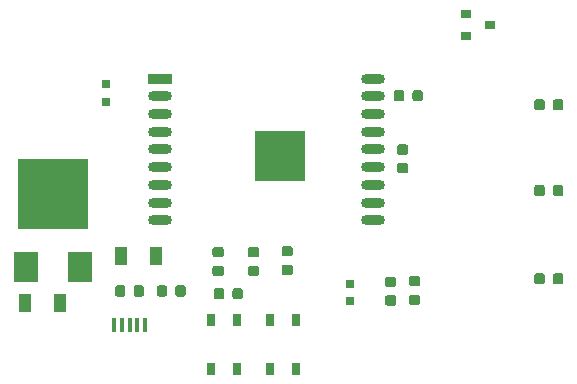
<source format=gtp>
G04 #@! TF.GenerationSoftware,KiCad,Pcbnew,(5.1.5)-3*
G04 #@! TF.CreationDate,2020-01-07T01:01:47+09:00*
G04 #@! TF.ProjectId,irController,6972436f-6e74-4726-9f6c-6c65722e6b69,rev?*
G04 #@! TF.SameCoordinates,Original*
G04 #@! TF.FileFunction,Paste,Top*
G04 #@! TF.FilePolarity,Positive*
%FSLAX46Y46*%
G04 Gerber Fmt 4.6, Leading zero omitted, Abs format (unit mm)*
G04 Created by KiCad (PCBNEW (5.1.5)-3) date 2020-01-07 01:01:47*
%MOMM*%
%LPD*%
G04 APERTURE LIST*
%ADD10C,0.100000*%
%ADD11R,0.650000X1.050000*%
%ADD12R,1.000000X1.600000*%
%ADD13R,0.750000X0.800000*%
%ADD14R,0.900000X0.800000*%
%ADD15R,2.000000X2.500000*%
%ADD16R,6.000000X6.000000*%
%ADD17O,2.000000X0.900000*%
%ADD18R,2.000000X0.900000*%
%ADD19R,4.300000X4.300000*%
%ADD20R,0.450000X1.300000*%
G04 APERTURE END LIST*
D10*
G36*
X165885691Y-93289553D02*
G01*
X165906926Y-93292703D01*
X165927750Y-93297919D01*
X165947962Y-93305151D01*
X165967368Y-93314330D01*
X165985781Y-93325366D01*
X166003024Y-93338154D01*
X166018930Y-93352570D01*
X166033346Y-93368476D01*
X166046134Y-93385719D01*
X166057170Y-93404132D01*
X166066349Y-93423538D01*
X166073581Y-93443750D01*
X166078797Y-93464574D01*
X166081947Y-93485809D01*
X166083000Y-93507250D01*
X166083000Y-93944750D01*
X166081947Y-93966191D01*
X166078797Y-93987426D01*
X166073581Y-94008250D01*
X166066349Y-94028462D01*
X166057170Y-94047868D01*
X166046134Y-94066281D01*
X166033346Y-94083524D01*
X166018930Y-94099430D01*
X166003024Y-94113846D01*
X165985781Y-94126634D01*
X165967368Y-94137670D01*
X165947962Y-94146849D01*
X165927750Y-94154081D01*
X165906926Y-94159297D01*
X165885691Y-94162447D01*
X165864250Y-94163500D01*
X165351750Y-94163500D01*
X165330309Y-94162447D01*
X165309074Y-94159297D01*
X165288250Y-94154081D01*
X165268038Y-94146849D01*
X165248632Y-94137670D01*
X165230219Y-94126634D01*
X165212976Y-94113846D01*
X165197070Y-94099430D01*
X165182654Y-94083524D01*
X165169866Y-94066281D01*
X165158830Y-94047868D01*
X165149651Y-94028462D01*
X165142419Y-94008250D01*
X165137203Y-93987426D01*
X165134053Y-93966191D01*
X165133000Y-93944750D01*
X165133000Y-93507250D01*
X165134053Y-93485809D01*
X165137203Y-93464574D01*
X165142419Y-93443750D01*
X165149651Y-93423538D01*
X165158830Y-93404132D01*
X165169866Y-93385719D01*
X165182654Y-93368476D01*
X165197070Y-93352570D01*
X165212976Y-93338154D01*
X165230219Y-93325366D01*
X165248632Y-93314330D01*
X165268038Y-93305151D01*
X165288250Y-93297919D01*
X165309074Y-93292703D01*
X165330309Y-93289553D01*
X165351750Y-93288500D01*
X165864250Y-93288500D01*
X165885691Y-93289553D01*
G37*
G36*
X165885691Y-94864553D02*
G01*
X165906926Y-94867703D01*
X165927750Y-94872919D01*
X165947962Y-94880151D01*
X165967368Y-94889330D01*
X165985781Y-94900366D01*
X166003024Y-94913154D01*
X166018930Y-94927570D01*
X166033346Y-94943476D01*
X166046134Y-94960719D01*
X166057170Y-94979132D01*
X166066349Y-94998538D01*
X166073581Y-95018750D01*
X166078797Y-95039574D01*
X166081947Y-95060809D01*
X166083000Y-95082250D01*
X166083000Y-95519750D01*
X166081947Y-95541191D01*
X166078797Y-95562426D01*
X166073581Y-95583250D01*
X166066349Y-95603462D01*
X166057170Y-95622868D01*
X166046134Y-95641281D01*
X166033346Y-95658524D01*
X166018930Y-95674430D01*
X166003024Y-95688846D01*
X165985781Y-95701634D01*
X165967368Y-95712670D01*
X165947962Y-95721849D01*
X165927750Y-95729081D01*
X165906926Y-95734297D01*
X165885691Y-95737447D01*
X165864250Y-95738500D01*
X165351750Y-95738500D01*
X165330309Y-95737447D01*
X165309074Y-95734297D01*
X165288250Y-95729081D01*
X165268038Y-95721849D01*
X165248632Y-95712670D01*
X165230219Y-95701634D01*
X165212976Y-95688846D01*
X165197070Y-95674430D01*
X165182654Y-95658524D01*
X165169866Y-95641281D01*
X165158830Y-95622868D01*
X165149651Y-95603462D01*
X165142419Y-95583250D01*
X165137203Y-95562426D01*
X165134053Y-95541191D01*
X165133000Y-95519750D01*
X165133000Y-95082250D01*
X165134053Y-95060809D01*
X165137203Y-95039574D01*
X165142419Y-95018750D01*
X165149651Y-94998538D01*
X165158830Y-94979132D01*
X165169866Y-94960719D01*
X165182654Y-94943476D01*
X165197070Y-94927570D01*
X165212976Y-94913154D01*
X165230219Y-94900366D01*
X165248632Y-94889330D01*
X165268038Y-94880151D01*
X165288250Y-94872919D01*
X165309074Y-94867703D01*
X165330309Y-94864553D01*
X165351750Y-94863500D01*
X165864250Y-94863500D01*
X165885691Y-94864553D01*
G37*
G36*
X178452691Y-78266053D02*
G01*
X178473926Y-78269203D01*
X178494750Y-78274419D01*
X178514962Y-78281651D01*
X178534368Y-78290830D01*
X178552781Y-78301866D01*
X178570024Y-78314654D01*
X178585930Y-78329070D01*
X178600346Y-78344976D01*
X178613134Y-78362219D01*
X178624170Y-78380632D01*
X178633349Y-78400038D01*
X178640581Y-78420250D01*
X178645797Y-78441074D01*
X178648947Y-78462309D01*
X178650000Y-78483750D01*
X178650000Y-78996250D01*
X178648947Y-79017691D01*
X178645797Y-79038926D01*
X178640581Y-79059750D01*
X178633349Y-79079962D01*
X178624170Y-79099368D01*
X178613134Y-79117781D01*
X178600346Y-79135024D01*
X178585930Y-79150930D01*
X178570024Y-79165346D01*
X178552781Y-79178134D01*
X178534368Y-79189170D01*
X178514962Y-79198349D01*
X178494750Y-79205581D01*
X178473926Y-79210797D01*
X178452691Y-79213947D01*
X178431250Y-79215000D01*
X177993750Y-79215000D01*
X177972309Y-79213947D01*
X177951074Y-79210797D01*
X177930250Y-79205581D01*
X177910038Y-79198349D01*
X177890632Y-79189170D01*
X177872219Y-79178134D01*
X177854976Y-79165346D01*
X177839070Y-79150930D01*
X177824654Y-79135024D01*
X177811866Y-79117781D01*
X177800830Y-79099368D01*
X177791651Y-79079962D01*
X177784419Y-79059750D01*
X177779203Y-79038926D01*
X177776053Y-79017691D01*
X177775000Y-78996250D01*
X177775000Y-78483750D01*
X177776053Y-78462309D01*
X177779203Y-78441074D01*
X177784419Y-78420250D01*
X177791651Y-78400038D01*
X177800830Y-78380632D01*
X177811866Y-78362219D01*
X177824654Y-78344976D01*
X177839070Y-78329070D01*
X177854976Y-78314654D01*
X177872219Y-78301866D01*
X177890632Y-78290830D01*
X177910038Y-78281651D01*
X177930250Y-78274419D01*
X177951074Y-78269203D01*
X177972309Y-78266053D01*
X177993750Y-78265000D01*
X178431250Y-78265000D01*
X178452691Y-78266053D01*
G37*
G36*
X180027691Y-78266053D02*
G01*
X180048926Y-78269203D01*
X180069750Y-78274419D01*
X180089962Y-78281651D01*
X180109368Y-78290830D01*
X180127781Y-78301866D01*
X180145024Y-78314654D01*
X180160930Y-78329070D01*
X180175346Y-78344976D01*
X180188134Y-78362219D01*
X180199170Y-78380632D01*
X180208349Y-78400038D01*
X180215581Y-78420250D01*
X180220797Y-78441074D01*
X180223947Y-78462309D01*
X180225000Y-78483750D01*
X180225000Y-78996250D01*
X180223947Y-79017691D01*
X180220797Y-79038926D01*
X180215581Y-79059750D01*
X180208349Y-79079962D01*
X180199170Y-79099368D01*
X180188134Y-79117781D01*
X180175346Y-79135024D01*
X180160930Y-79150930D01*
X180145024Y-79165346D01*
X180127781Y-79178134D01*
X180109368Y-79189170D01*
X180089962Y-79198349D01*
X180069750Y-79205581D01*
X180048926Y-79210797D01*
X180027691Y-79213947D01*
X180006250Y-79215000D01*
X179568750Y-79215000D01*
X179547309Y-79213947D01*
X179526074Y-79210797D01*
X179505250Y-79205581D01*
X179485038Y-79198349D01*
X179465632Y-79189170D01*
X179447219Y-79178134D01*
X179429976Y-79165346D01*
X179414070Y-79150930D01*
X179399654Y-79135024D01*
X179386866Y-79117781D01*
X179375830Y-79099368D01*
X179366651Y-79079962D01*
X179359419Y-79059750D01*
X179354203Y-79038926D01*
X179351053Y-79017691D01*
X179350000Y-78996250D01*
X179350000Y-78483750D01*
X179351053Y-78462309D01*
X179354203Y-78441074D01*
X179359419Y-78420250D01*
X179366651Y-78400038D01*
X179375830Y-78380632D01*
X179386866Y-78362219D01*
X179399654Y-78344976D01*
X179414070Y-78329070D01*
X179429976Y-78314654D01*
X179447219Y-78301866D01*
X179465632Y-78290830D01*
X179485038Y-78281651D01*
X179505250Y-78274419D01*
X179526074Y-78269203D01*
X179547309Y-78266053D01*
X179568750Y-78265000D01*
X180006250Y-78265000D01*
X180027691Y-78266053D01*
G37*
D11*
X150425000Y-101075000D03*
X152575000Y-101075000D03*
X150425000Y-96925000D03*
X152575000Y-96925000D03*
X155425000Y-101075000D03*
X157575000Y-101075000D03*
X155425000Y-96925000D03*
X157575000Y-96925000D03*
D12*
X134644000Y-95504000D03*
X137644000Y-95504000D03*
X142750000Y-91500000D03*
X145750000Y-91500000D03*
D13*
X141500000Y-77000000D03*
X141500000Y-78500000D03*
X162179000Y-93881000D03*
X162179000Y-95381000D03*
D14*
X172000000Y-71050000D03*
X172000000Y-72950000D03*
X174000000Y-72000000D03*
D15*
X134700000Y-92500000D03*
X139300000Y-92500000D03*
D16*
X137000000Y-86250000D03*
D10*
G36*
X144527691Y-94026053D02*
G01*
X144548926Y-94029203D01*
X144569750Y-94034419D01*
X144589962Y-94041651D01*
X144609368Y-94050830D01*
X144627781Y-94061866D01*
X144645024Y-94074654D01*
X144660930Y-94089070D01*
X144675346Y-94104976D01*
X144688134Y-94122219D01*
X144699170Y-94140632D01*
X144708349Y-94160038D01*
X144715581Y-94180250D01*
X144720797Y-94201074D01*
X144723947Y-94222309D01*
X144725000Y-94243750D01*
X144725000Y-94756250D01*
X144723947Y-94777691D01*
X144720797Y-94798926D01*
X144715581Y-94819750D01*
X144708349Y-94839962D01*
X144699170Y-94859368D01*
X144688134Y-94877781D01*
X144675346Y-94895024D01*
X144660930Y-94910930D01*
X144645024Y-94925346D01*
X144627781Y-94938134D01*
X144609368Y-94949170D01*
X144589962Y-94958349D01*
X144569750Y-94965581D01*
X144548926Y-94970797D01*
X144527691Y-94973947D01*
X144506250Y-94975000D01*
X144068750Y-94975000D01*
X144047309Y-94973947D01*
X144026074Y-94970797D01*
X144005250Y-94965581D01*
X143985038Y-94958349D01*
X143965632Y-94949170D01*
X143947219Y-94938134D01*
X143929976Y-94925346D01*
X143914070Y-94910930D01*
X143899654Y-94895024D01*
X143886866Y-94877781D01*
X143875830Y-94859368D01*
X143866651Y-94839962D01*
X143859419Y-94819750D01*
X143854203Y-94798926D01*
X143851053Y-94777691D01*
X143850000Y-94756250D01*
X143850000Y-94243750D01*
X143851053Y-94222309D01*
X143854203Y-94201074D01*
X143859419Y-94180250D01*
X143866651Y-94160038D01*
X143875830Y-94140632D01*
X143886866Y-94122219D01*
X143899654Y-94104976D01*
X143914070Y-94089070D01*
X143929976Y-94074654D01*
X143947219Y-94061866D01*
X143965632Y-94050830D01*
X143985038Y-94041651D01*
X144005250Y-94034419D01*
X144026074Y-94029203D01*
X144047309Y-94026053D01*
X144068750Y-94025000D01*
X144506250Y-94025000D01*
X144527691Y-94026053D01*
G37*
G36*
X142952691Y-94026053D02*
G01*
X142973926Y-94029203D01*
X142994750Y-94034419D01*
X143014962Y-94041651D01*
X143034368Y-94050830D01*
X143052781Y-94061866D01*
X143070024Y-94074654D01*
X143085930Y-94089070D01*
X143100346Y-94104976D01*
X143113134Y-94122219D01*
X143124170Y-94140632D01*
X143133349Y-94160038D01*
X143140581Y-94180250D01*
X143145797Y-94201074D01*
X143148947Y-94222309D01*
X143150000Y-94243750D01*
X143150000Y-94756250D01*
X143148947Y-94777691D01*
X143145797Y-94798926D01*
X143140581Y-94819750D01*
X143133349Y-94839962D01*
X143124170Y-94859368D01*
X143113134Y-94877781D01*
X143100346Y-94895024D01*
X143085930Y-94910930D01*
X143070024Y-94925346D01*
X143052781Y-94938134D01*
X143034368Y-94949170D01*
X143014962Y-94958349D01*
X142994750Y-94965581D01*
X142973926Y-94970797D01*
X142952691Y-94973947D01*
X142931250Y-94975000D01*
X142493750Y-94975000D01*
X142472309Y-94973947D01*
X142451074Y-94970797D01*
X142430250Y-94965581D01*
X142410038Y-94958349D01*
X142390632Y-94949170D01*
X142372219Y-94938134D01*
X142354976Y-94925346D01*
X142339070Y-94910930D01*
X142324654Y-94895024D01*
X142311866Y-94877781D01*
X142300830Y-94859368D01*
X142291651Y-94839962D01*
X142284419Y-94819750D01*
X142279203Y-94798926D01*
X142276053Y-94777691D01*
X142275000Y-94756250D01*
X142275000Y-94243750D01*
X142276053Y-94222309D01*
X142279203Y-94201074D01*
X142284419Y-94180250D01*
X142291651Y-94160038D01*
X142300830Y-94140632D01*
X142311866Y-94122219D01*
X142324654Y-94104976D01*
X142339070Y-94089070D01*
X142354976Y-94074654D01*
X142372219Y-94061866D01*
X142390632Y-94050830D01*
X142410038Y-94041651D01*
X142430250Y-94034419D01*
X142451074Y-94029203D01*
X142472309Y-94026053D01*
X142493750Y-94025000D01*
X142931250Y-94025000D01*
X142952691Y-94026053D01*
G37*
G36*
X151277691Y-92351053D02*
G01*
X151298926Y-92354203D01*
X151319750Y-92359419D01*
X151339962Y-92366651D01*
X151359368Y-92375830D01*
X151377781Y-92386866D01*
X151395024Y-92399654D01*
X151410930Y-92414070D01*
X151425346Y-92429976D01*
X151438134Y-92447219D01*
X151449170Y-92465632D01*
X151458349Y-92485038D01*
X151465581Y-92505250D01*
X151470797Y-92526074D01*
X151473947Y-92547309D01*
X151475000Y-92568750D01*
X151475000Y-93006250D01*
X151473947Y-93027691D01*
X151470797Y-93048926D01*
X151465581Y-93069750D01*
X151458349Y-93089962D01*
X151449170Y-93109368D01*
X151438134Y-93127781D01*
X151425346Y-93145024D01*
X151410930Y-93160930D01*
X151395024Y-93175346D01*
X151377781Y-93188134D01*
X151359368Y-93199170D01*
X151339962Y-93208349D01*
X151319750Y-93215581D01*
X151298926Y-93220797D01*
X151277691Y-93223947D01*
X151256250Y-93225000D01*
X150743750Y-93225000D01*
X150722309Y-93223947D01*
X150701074Y-93220797D01*
X150680250Y-93215581D01*
X150660038Y-93208349D01*
X150640632Y-93199170D01*
X150622219Y-93188134D01*
X150604976Y-93175346D01*
X150589070Y-93160930D01*
X150574654Y-93145024D01*
X150561866Y-93127781D01*
X150550830Y-93109368D01*
X150541651Y-93089962D01*
X150534419Y-93069750D01*
X150529203Y-93048926D01*
X150526053Y-93027691D01*
X150525000Y-93006250D01*
X150525000Y-92568750D01*
X150526053Y-92547309D01*
X150529203Y-92526074D01*
X150534419Y-92505250D01*
X150541651Y-92485038D01*
X150550830Y-92465632D01*
X150561866Y-92447219D01*
X150574654Y-92429976D01*
X150589070Y-92414070D01*
X150604976Y-92399654D01*
X150622219Y-92386866D01*
X150640632Y-92375830D01*
X150660038Y-92366651D01*
X150680250Y-92359419D01*
X150701074Y-92354203D01*
X150722309Y-92351053D01*
X150743750Y-92350000D01*
X151256250Y-92350000D01*
X151277691Y-92351053D01*
G37*
G36*
X151277691Y-90776053D02*
G01*
X151298926Y-90779203D01*
X151319750Y-90784419D01*
X151339962Y-90791651D01*
X151359368Y-90800830D01*
X151377781Y-90811866D01*
X151395024Y-90824654D01*
X151410930Y-90839070D01*
X151425346Y-90854976D01*
X151438134Y-90872219D01*
X151449170Y-90890632D01*
X151458349Y-90910038D01*
X151465581Y-90930250D01*
X151470797Y-90951074D01*
X151473947Y-90972309D01*
X151475000Y-90993750D01*
X151475000Y-91431250D01*
X151473947Y-91452691D01*
X151470797Y-91473926D01*
X151465581Y-91494750D01*
X151458349Y-91514962D01*
X151449170Y-91534368D01*
X151438134Y-91552781D01*
X151425346Y-91570024D01*
X151410930Y-91585930D01*
X151395024Y-91600346D01*
X151377781Y-91613134D01*
X151359368Y-91624170D01*
X151339962Y-91633349D01*
X151319750Y-91640581D01*
X151298926Y-91645797D01*
X151277691Y-91648947D01*
X151256250Y-91650000D01*
X150743750Y-91650000D01*
X150722309Y-91648947D01*
X150701074Y-91645797D01*
X150680250Y-91640581D01*
X150660038Y-91633349D01*
X150640632Y-91624170D01*
X150622219Y-91613134D01*
X150604976Y-91600346D01*
X150589070Y-91585930D01*
X150574654Y-91570024D01*
X150561866Y-91552781D01*
X150550830Y-91534368D01*
X150541651Y-91514962D01*
X150534419Y-91494750D01*
X150529203Y-91473926D01*
X150526053Y-91452691D01*
X150525000Y-91431250D01*
X150525000Y-90993750D01*
X150526053Y-90972309D01*
X150529203Y-90951074D01*
X150534419Y-90930250D01*
X150541651Y-90910038D01*
X150550830Y-90890632D01*
X150561866Y-90872219D01*
X150574654Y-90854976D01*
X150589070Y-90839070D01*
X150604976Y-90824654D01*
X150622219Y-90811866D01*
X150640632Y-90800830D01*
X150660038Y-90791651D01*
X150680250Y-90784419D01*
X150701074Y-90779203D01*
X150722309Y-90776053D01*
X150743750Y-90775000D01*
X151256250Y-90775000D01*
X151277691Y-90776053D01*
G37*
G36*
X154277691Y-92351053D02*
G01*
X154298926Y-92354203D01*
X154319750Y-92359419D01*
X154339962Y-92366651D01*
X154359368Y-92375830D01*
X154377781Y-92386866D01*
X154395024Y-92399654D01*
X154410930Y-92414070D01*
X154425346Y-92429976D01*
X154438134Y-92447219D01*
X154449170Y-92465632D01*
X154458349Y-92485038D01*
X154465581Y-92505250D01*
X154470797Y-92526074D01*
X154473947Y-92547309D01*
X154475000Y-92568750D01*
X154475000Y-93006250D01*
X154473947Y-93027691D01*
X154470797Y-93048926D01*
X154465581Y-93069750D01*
X154458349Y-93089962D01*
X154449170Y-93109368D01*
X154438134Y-93127781D01*
X154425346Y-93145024D01*
X154410930Y-93160930D01*
X154395024Y-93175346D01*
X154377781Y-93188134D01*
X154359368Y-93199170D01*
X154339962Y-93208349D01*
X154319750Y-93215581D01*
X154298926Y-93220797D01*
X154277691Y-93223947D01*
X154256250Y-93225000D01*
X153743750Y-93225000D01*
X153722309Y-93223947D01*
X153701074Y-93220797D01*
X153680250Y-93215581D01*
X153660038Y-93208349D01*
X153640632Y-93199170D01*
X153622219Y-93188134D01*
X153604976Y-93175346D01*
X153589070Y-93160930D01*
X153574654Y-93145024D01*
X153561866Y-93127781D01*
X153550830Y-93109368D01*
X153541651Y-93089962D01*
X153534419Y-93069750D01*
X153529203Y-93048926D01*
X153526053Y-93027691D01*
X153525000Y-93006250D01*
X153525000Y-92568750D01*
X153526053Y-92547309D01*
X153529203Y-92526074D01*
X153534419Y-92505250D01*
X153541651Y-92485038D01*
X153550830Y-92465632D01*
X153561866Y-92447219D01*
X153574654Y-92429976D01*
X153589070Y-92414070D01*
X153604976Y-92399654D01*
X153622219Y-92386866D01*
X153640632Y-92375830D01*
X153660038Y-92366651D01*
X153680250Y-92359419D01*
X153701074Y-92354203D01*
X153722309Y-92351053D01*
X153743750Y-92350000D01*
X154256250Y-92350000D01*
X154277691Y-92351053D01*
G37*
G36*
X154277691Y-90776053D02*
G01*
X154298926Y-90779203D01*
X154319750Y-90784419D01*
X154339962Y-90791651D01*
X154359368Y-90800830D01*
X154377781Y-90811866D01*
X154395024Y-90824654D01*
X154410930Y-90839070D01*
X154425346Y-90854976D01*
X154438134Y-90872219D01*
X154449170Y-90890632D01*
X154458349Y-90910038D01*
X154465581Y-90930250D01*
X154470797Y-90951074D01*
X154473947Y-90972309D01*
X154475000Y-90993750D01*
X154475000Y-91431250D01*
X154473947Y-91452691D01*
X154470797Y-91473926D01*
X154465581Y-91494750D01*
X154458349Y-91514962D01*
X154449170Y-91534368D01*
X154438134Y-91552781D01*
X154425346Y-91570024D01*
X154410930Y-91585930D01*
X154395024Y-91600346D01*
X154377781Y-91613134D01*
X154359368Y-91624170D01*
X154339962Y-91633349D01*
X154319750Y-91640581D01*
X154298926Y-91645797D01*
X154277691Y-91648947D01*
X154256250Y-91650000D01*
X153743750Y-91650000D01*
X153722309Y-91648947D01*
X153701074Y-91645797D01*
X153680250Y-91640581D01*
X153660038Y-91633349D01*
X153640632Y-91624170D01*
X153622219Y-91613134D01*
X153604976Y-91600346D01*
X153589070Y-91585930D01*
X153574654Y-91570024D01*
X153561866Y-91552781D01*
X153550830Y-91534368D01*
X153541651Y-91514962D01*
X153534419Y-91494750D01*
X153529203Y-91473926D01*
X153526053Y-91452691D01*
X153525000Y-91431250D01*
X153525000Y-90993750D01*
X153526053Y-90972309D01*
X153529203Y-90951074D01*
X153534419Y-90930250D01*
X153541651Y-90910038D01*
X153550830Y-90890632D01*
X153561866Y-90872219D01*
X153574654Y-90854976D01*
X153589070Y-90839070D01*
X153604976Y-90824654D01*
X153622219Y-90811866D01*
X153640632Y-90800830D01*
X153660038Y-90791651D01*
X153680250Y-90784419D01*
X153701074Y-90779203D01*
X153722309Y-90776053D01*
X153743750Y-90775000D01*
X154256250Y-90775000D01*
X154277691Y-90776053D01*
G37*
G36*
X157122691Y-92273553D02*
G01*
X157143926Y-92276703D01*
X157164750Y-92281919D01*
X157184962Y-92289151D01*
X157204368Y-92298330D01*
X157222781Y-92309366D01*
X157240024Y-92322154D01*
X157255930Y-92336570D01*
X157270346Y-92352476D01*
X157283134Y-92369719D01*
X157294170Y-92388132D01*
X157303349Y-92407538D01*
X157310581Y-92427750D01*
X157315797Y-92448574D01*
X157318947Y-92469809D01*
X157320000Y-92491250D01*
X157320000Y-92928750D01*
X157318947Y-92950191D01*
X157315797Y-92971426D01*
X157310581Y-92992250D01*
X157303349Y-93012462D01*
X157294170Y-93031868D01*
X157283134Y-93050281D01*
X157270346Y-93067524D01*
X157255930Y-93083430D01*
X157240024Y-93097846D01*
X157222781Y-93110634D01*
X157204368Y-93121670D01*
X157184962Y-93130849D01*
X157164750Y-93138081D01*
X157143926Y-93143297D01*
X157122691Y-93146447D01*
X157101250Y-93147500D01*
X156588750Y-93147500D01*
X156567309Y-93146447D01*
X156546074Y-93143297D01*
X156525250Y-93138081D01*
X156505038Y-93130849D01*
X156485632Y-93121670D01*
X156467219Y-93110634D01*
X156449976Y-93097846D01*
X156434070Y-93083430D01*
X156419654Y-93067524D01*
X156406866Y-93050281D01*
X156395830Y-93031868D01*
X156386651Y-93012462D01*
X156379419Y-92992250D01*
X156374203Y-92971426D01*
X156371053Y-92950191D01*
X156370000Y-92928750D01*
X156370000Y-92491250D01*
X156371053Y-92469809D01*
X156374203Y-92448574D01*
X156379419Y-92427750D01*
X156386651Y-92407538D01*
X156395830Y-92388132D01*
X156406866Y-92369719D01*
X156419654Y-92352476D01*
X156434070Y-92336570D01*
X156449976Y-92322154D01*
X156467219Y-92309366D01*
X156485632Y-92298330D01*
X156505038Y-92289151D01*
X156525250Y-92281919D01*
X156546074Y-92276703D01*
X156567309Y-92273553D01*
X156588750Y-92272500D01*
X157101250Y-92272500D01*
X157122691Y-92273553D01*
G37*
G36*
X157122691Y-90698553D02*
G01*
X157143926Y-90701703D01*
X157164750Y-90706919D01*
X157184962Y-90714151D01*
X157204368Y-90723330D01*
X157222781Y-90734366D01*
X157240024Y-90747154D01*
X157255930Y-90761570D01*
X157270346Y-90777476D01*
X157283134Y-90794719D01*
X157294170Y-90813132D01*
X157303349Y-90832538D01*
X157310581Y-90852750D01*
X157315797Y-90873574D01*
X157318947Y-90894809D01*
X157320000Y-90916250D01*
X157320000Y-91353750D01*
X157318947Y-91375191D01*
X157315797Y-91396426D01*
X157310581Y-91417250D01*
X157303349Y-91437462D01*
X157294170Y-91456868D01*
X157283134Y-91475281D01*
X157270346Y-91492524D01*
X157255930Y-91508430D01*
X157240024Y-91522846D01*
X157222781Y-91535634D01*
X157204368Y-91546670D01*
X157184962Y-91555849D01*
X157164750Y-91563081D01*
X157143926Y-91568297D01*
X157122691Y-91571447D01*
X157101250Y-91572500D01*
X156588750Y-91572500D01*
X156567309Y-91571447D01*
X156546074Y-91568297D01*
X156525250Y-91563081D01*
X156505038Y-91555849D01*
X156485632Y-91546670D01*
X156467219Y-91535634D01*
X156449976Y-91522846D01*
X156434070Y-91508430D01*
X156419654Y-91492524D01*
X156406866Y-91475281D01*
X156395830Y-91456868D01*
X156386651Y-91437462D01*
X156379419Y-91417250D01*
X156374203Y-91396426D01*
X156371053Y-91375191D01*
X156370000Y-91353750D01*
X156370000Y-90916250D01*
X156371053Y-90894809D01*
X156374203Y-90873574D01*
X156379419Y-90852750D01*
X156386651Y-90832538D01*
X156395830Y-90813132D01*
X156406866Y-90794719D01*
X156419654Y-90777476D01*
X156434070Y-90761570D01*
X156449976Y-90747154D01*
X156467219Y-90734366D01*
X156485632Y-90723330D01*
X156505038Y-90714151D01*
X156525250Y-90706919D01*
X156546074Y-90701703D01*
X156567309Y-90698553D01*
X156588750Y-90697500D01*
X157101250Y-90697500D01*
X157122691Y-90698553D01*
G37*
G36*
X152894191Y-94268053D02*
G01*
X152915426Y-94271203D01*
X152936250Y-94276419D01*
X152956462Y-94283651D01*
X152975868Y-94292830D01*
X152994281Y-94303866D01*
X153011524Y-94316654D01*
X153027430Y-94331070D01*
X153041846Y-94346976D01*
X153054634Y-94364219D01*
X153065670Y-94382632D01*
X153074849Y-94402038D01*
X153082081Y-94422250D01*
X153087297Y-94443074D01*
X153090447Y-94464309D01*
X153091500Y-94485750D01*
X153091500Y-94998250D01*
X153090447Y-95019691D01*
X153087297Y-95040926D01*
X153082081Y-95061750D01*
X153074849Y-95081962D01*
X153065670Y-95101368D01*
X153054634Y-95119781D01*
X153041846Y-95137024D01*
X153027430Y-95152930D01*
X153011524Y-95167346D01*
X152994281Y-95180134D01*
X152975868Y-95191170D01*
X152956462Y-95200349D01*
X152936250Y-95207581D01*
X152915426Y-95212797D01*
X152894191Y-95215947D01*
X152872750Y-95217000D01*
X152435250Y-95217000D01*
X152413809Y-95215947D01*
X152392574Y-95212797D01*
X152371750Y-95207581D01*
X152351538Y-95200349D01*
X152332132Y-95191170D01*
X152313719Y-95180134D01*
X152296476Y-95167346D01*
X152280570Y-95152930D01*
X152266154Y-95137024D01*
X152253366Y-95119781D01*
X152242330Y-95101368D01*
X152233151Y-95081962D01*
X152225919Y-95061750D01*
X152220703Y-95040926D01*
X152217553Y-95019691D01*
X152216500Y-94998250D01*
X152216500Y-94485750D01*
X152217553Y-94464309D01*
X152220703Y-94443074D01*
X152225919Y-94422250D01*
X152233151Y-94402038D01*
X152242330Y-94382632D01*
X152253366Y-94364219D01*
X152266154Y-94346976D01*
X152280570Y-94331070D01*
X152296476Y-94316654D01*
X152313719Y-94303866D01*
X152332132Y-94292830D01*
X152351538Y-94283651D01*
X152371750Y-94276419D01*
X152392574Y-94271203D01*
X152413809Y-94268053D01*
X152435250Y-94267000D01*
X152872750Y-94267000D01*
X152894191Y-94268053D01*
G37*
G36*
X151319191Y-94268053D02*
G01*
X151340426Y-94271203D01*
X151361250Y-94276419D01*
X151381462Y-94283651D01*
X151400868Y-94292830D01*
X151419281Y-94303866D01*
X151436524Y-94316654D01*
X151452430Y-94331070D01*
X151466846Y-94346976D01*
X151479634Y-94364219D01*
X151490670Y-94382632D01*
X151499849Y-94402038D01*
X151507081Y-94422250D01*
X151512297Y-94443074D01*
X151515447Y-94464309D01*
X151516500Y-94485750D01*
X151516500Y-94998250D01*
X151515447Y-95019691D01*
X151512297Y-95040926D01*
X151507081Y-95061750D01*
X151499849Y-95081962D01*
X151490670Y-95101368D01*
X151479634Y-95119781D01*
X151466846Y-95137024D01*
X151452430Y-95152930D01*
X151436524Y-95167346D01*
X151419281Y-95180134D01*
X151400868Y-95191170D01*
X151381462Y-95200349D01*
X151361250Y-95207581D01*
X151340426Y-95212797D01*
X151319191Y-95215947D01*
X151297750Y-95217000D01*
X150860250Y-95217000D01*
X150838809Y-95215947D01*
X150817574Y-95212797D01*
X150796750Y-95207581D01*
X150776538Y-95200349D01*
X150757132Y-95191170D01*
X150738719Y-95180134D01*
X150721476Y-95167346D01*
X150705570Y-95152930D01*
X150691154Y-95137024D01*
X150678366Y-95119781D01*
X150667330Y-95101368D01*
X150658151Y-95081962D01*
X150650919Y-95061750D01*
X150645703Y-95040926D01*
X150642553Y-95019691D01*
X150641500Y-94998250D01*
X150641500Y-94485750D01*
X150642553Y-94464309D01*
X150645703Y-94443074D01*
X150650919Y-94422250D01*
X150658151Y-94402038D01*
X150667330Y-94382632D01*
X150678366Y-94364219D01*
X150691154Y-94346976D01*
X150705570Y-94331070D01*
X150721476Y-94316654D01*
X150738719Y-94303866D01*
X150757132Y-94292830D01*
X150776538Y-94283651D01*
X150796750Y-94276419D01*
X150817574Y-94271203D01*
X150838809Y-94268053D01*
X150860250Y-94267000D01*
X151297750Y-94267000D01*
X151319191Y-94268053D01*
G37*
G36*
X168134191Y-77504053D02*
G01*
X168155426Y-77507203D01*
X168176250Y-77512419D01*
X168196462Y-77519651D01*
X168215868Y-77528830D01*
X168234281Y-77539866D01*
X168251524Y-77552654D01*
X168267430Y-77567070D01*
X168281846Y-77582976D01*
X168294634Y-77600219D01*
X168305670Y-77618632D01*
X168314849Y-77638038D01*
X168322081Y-77658250D01*
X168327297Y-77679074D01*
X168330447Y-77700309D01*
X168331500Y-77721750D01*
X168331500Y-78234250D01*
X168330447Y-78255691D01*
X168327297Y-78276926D01*
X168322081Y-78297750D01*
X168314849Y-78317962D01*
X168305670Y-78337368D01*
X168294634Y-78355781D01*
X168281846Y-78373024D01*
X168267430Y-78388930D01*
X168251524Y-78403346D01*
X168234281Y-78416134D01*
X168215868Y-78427170D01*
X168196462Y-78436349D01*
X168176250Y-78443581D01*
X168155426Y-78448797D01*
X168134191Y-78451947D01*
X168112750Y-78453000D01*
X167675250Y-78453000D01*
X167653809Y-78451947D01*
X167632574Y-78448797D01*
X167611750Y-78443581D01*
X167591538Y-78436349D01*
X167572132Y-78427170D01*
X167553719Y-78416134D01*
X167536476Y-78403346D01*
X167520570Y-78388930D01*
X167506154Y-78373024D01*
X167493366Y-78355781D01*
X167482330Y-78337368D01*
X167473151Y-78317962D01*
X167465919Y-78297750D01*
X167460703Y-78276926D01*
X167457553Y-78255691D01*
X167456500Y-78234250D01*
X167456500Y-77721750D01*
X167457553Y-77700309D01*
X167460703Y-77679074D01*
X167465919Y-77658250D01*
X167473151Y-77638038D01*
X167482330Y-77618632D01*
X167493366Y-77600219D01*
X167506154Y-77582976D01*
X167520570Y-77567070D01*
X167536476Y-77552654D01*
X167553719Y-77539866D01*
X167572132Y-77528830D01*
X167591538Y-77519651D01*
X167611750Y-77512419D01*
X167632574Y-77507203D01*
X167653809Y-77504053D01*
X167675250Y-77503000D01*
X168112750Y-77503000D01*
X168134191Y-77504053D01*
G37*
G36*
X166559191Y-77504053D02*
G01*
X166580426Y-77507203D01*
X166601250Y-77512419D01*
X166621462Y-77519651D01*
X166640868Y-77528830D01*
X166659281Y-77539866D01*
X166676524Y-77552654D01*
X166692430Y-77567070D01*
X166706846Y-77582976D01*
X166719634Y-77600219D01*
X166730670Y-77618632D01*
X166739849Y-77638038D01*
X166747081Y-77658250D01*
X166752297Y-77679074D01*
X166755447Y-77700309D01*
X166756500Y-77721750D01*
X166756500Y-78234250D01*
X166755447Y-78255691D01*
X166752297Y-78276926D01*
X166747081Y-78297750D01*
X166739849Y-78317962D01*
X166730670Y-78337368D01*
X166719634Y-78355781D01*
X166706846Y-78373024D01*
X166692430Y-78388930D01*
X166676524Y-78403346D01*
X166659281Y-78416134D01*
X166640868Y-78427170D01*
X166621462Y-78436349D01*
X166601250Y-78443581D01*
X166580426Y-78448797D01*
X166559191Y-78451947D01*
X166537750Y-78453000D01*
X166100250Y-78453000D01*
X166078809Y-78451947D01*
X166057574Y-78448797D01*
X166036750Y-78443581D01*
X166016538Y-78436349D01*
X165997132Y-78427170D01*
X165978719Y-78416134D01*
X165961476Y-78403346D01*
X165945570Y-78388930D01*
X165931154Y-78373024D01*
X165918366Y-78355781D01*
X165907330Y-78337368D01*
X165898151Y-78317962D01*
X165890919Y-78297750D01*
X165885703Y-78276926D01*
X165882553Y-78255691D01*
X165881500Y-78234250D01*
X165881500Y-77721750D01*
X165882553Y-77700309D01*
X165885703Y-77679074D01*
X165890919Y-77658250D01*
X165898151Y-77638038D01*
X165907330Y-77618632D01*
X165918366Y-77600219D01*
X165931154Y-77582976D01*
X165945570Y-77567070D01*
X165961476Y-77552654D01*
X165978719Y-77539866D01*
X165997132Y-77528830D01*
X166016538Y-77519651D01*
X166036750Y-77512419D01*
X166057574Y-77507203D01*
X166078809Y-77504053D01*
X166100250Y-77503000D01*
X166537750Y-77503000D01*
X166559191Y-77504053D01*
G37*
G36*
X166901691Y-82088053D02*
G01*
X166922926Y-82091203D01*
X166943750Y-82096419D01*
X166963962Y-82103651D01*
X166983368Y-82112830D01*
X167001781Y-82123866D01*
X167019024Y-82136654D01*
X167034930Y-82151070D01*
X167049346Y-82166976D01*
X167062134Y-82184219D01*
X167073170Y-82202632D01*
X167082349Y-82222038D01*
X167089581Y-82242250D01*
X167094797Y-82263074D01*
X167097947Y-82284309D01*
X167099000Y-82305750D01*
X167099000Y-82743250D01*
X167097947Y-82764691D01*
X167094797Y-82785926D01*
X167089581Y-82806750D01*
X167082349Y-82826962D01*
X167073170Y-82846368D01*
X167062134Y-82864781D01*
X167049346Y-82882024D01*
X167034930Y-82897930D01*
X167019024Y-82912346D01*
X167001781Y-82925134D01*
X166983368Y-82936170D01*
X166963962Y-82945349D01*
X166943750Y-82952581D01*
X166922926Y-82957797D01*
X166901691Y-82960947D01*
X166880250Y-82962000D01*
X166367750Y-82962000D01*
X166346309Y-82960947D01*
X166325074Y-82957797D01*
X166304250Y-82952581D01*
X166284038Y-82945349D01*
X166264632Y-82936170D01*
X166246219Y-82925134D01*
X166228976Y-82912346D01*
X166213070Y-82897930D01*
X166198654Y-82882024D01*
X166185866Y-82864781D01*
X166174830Y-82846368D01*
X166165651Y-82826962D01*
X166158419Y-82806750D01*
X166153203Y-82785926D01*
X166150053Y-82764691D01*
X166149000Y-82743250D01*
X166149000Y-82305750D01*
X166150053Y-82284309D01*
X166153203Y-82263074D01*
X166158419Y-82242250D01*
X166165651Y-82222038D01*
X166174830Y-82202632D01*
X166185866Y-82184219D01*
X166198654Y-82166976D01*
X166213070Y-82151070D01*
X166228976Y-82136654D01*
X166246219Y-82123866D01*
X166264632Y-82112830D01*
X166284038Y-82103651D01*
X166304250Y-82096419D01*
X166325074Y-82091203D01*
X166346309Y-82088053D01*
X166367750Y-82087000D01*
X166880250Y-82087000D01*
X166901691Y-82088053D01*
G37*
G36*
X166901691Y-83663053D02*
G01*
X166922926Y-83666203D01*
X166943750Y-83671419D01*
X166963962Y-83678651D01*
X166983368Y-83687830D01*
X167001781Y-83698866D01*
X167019024Y-83711654D01*
X167034930Y-83726070D01*
X167049346Y-83741976D01*
X167062134Y-83759219D01*
X167073170Y-83777632D01*
X167082349Y-83797038D01*
X167089581Y-83817250D01*
X167094797Y-83838074D01*
X167097947Y-83859309D01*
X167099000Y-83880750D01*
X167099000Y-84318250D01*
X167097947Y-84339691D01*
X167094797Y-84360926D01*
X167089581Y-84381750D01*
X167082349Y-84401962D01*
X167073170Y-84421368D01*
X167062134Y-84439781D01*
X167049346Y-84457024D01*
X167034930Y-84472930D01*
X167019024Y-84487346D01*
X167001781Y-84500134D01*
X166983368Y-84511170D01*
X166963962Y-84520349D01*
X166943750Y-84527581D01*
X166922926Y-84532797D01*
X166901691Y-84535947D01*
X166880250Y-84537000D01*
X166367750Y-84537000D01*
X166346309Y-84535947D01*
X166325074Y-84532797D01*
X166304250Y-84527581D01*
X166284038Y-84520349D01*
X166264632Y-84511170D01*
X166246219Y-84500134D01*
X166228976Y-84487346D01*
X166213070Y-84472930D01*
X166198654Y-84457024D01*
X166185866Y-84439781D01*
X166174830Y-84421368D01*
X166165651Y-84401962D01*
X166158419Y-84381750D01*
X166153203Y-84360926D01*
X166150053Y-84339691D01*
X166149000Y-84318250D01*
X166149000Y-83880750D01*
X166150053Y-83859309D01*
X166153203Y-83838074D01*
X166158419Y-83817250D01*
X166165651Y-83797038D01*
X166174830Y-83777632D01*
X166185866Y-83759219D01*
X166198654Y-83741976D01*
X166213070Y-83726070D01*
X166228976Y-83711654D01*
X166246219Y-83698866D01*
X166264632Y-83687830D01*
X166284038Y-83678651D01*
X166304250Y-83671419D01*
X166325074Y-83666203D01*
X166346309Y-83663053D01*
X166367750Y-83662000D01*
X166880250Y-83662000D01*
X166901691Y-83663053D01*
G37*
G36*
X178452691Y-85526053D02*
G01*
X178473926Y-85529203D01*
X178494750Y-85534419D01*
X178514962Y-85541651D01*
X178534368Y-85550830D01*
X178552781Y-85561866D01*
X178570024Y-85574654D01*
X178585930Y-85589070D01*
X178600346Y-85604976D01*
X178613134Y-85622219D01*
X178624170Y-85640632D01*
X178633349Y-85660038D01*
X178640581Y-85680250D01*
X178645797Y-85701074D01*
X178648947Y-85722309D01*
X178650000Y-85743750D01*
X178650000Y-86256250D01*
X178648947Y-86277691D01*
X178645797Y-86298926D01*
X178640581Y-86319750D01*
X178633349Y-86339962D01*
X178624170Y-86359368D01*
X178613134Y-86377781D01*
X178600346Y-86395024D01*
X178585930Y-86410930D01*
X178570024Y-86425346D01*
X178552781Y-86438134D01*
X178534368Y-86449170D01*
X178514962Y-86458349D01*
X178494750Y-86465581D01*
X178473926Y-86470797D01*
X178452691Y-86473947D01*
X178431250Y-86475000D01*
X177993750Y-86475000D01*
X177972309Y-86473947D01*
X177951074Y-86470797D01*
X177930250Y-86465581D01*
X177910038Y-86458349D01*
X177890632Y-86449170D01*
X177872219Y-86438134D01*
X177854976Y-86425346D01*
X177839070Y-86410930D01*
X177824654Y-86395024D01*
X177811866Y-86377781D01*
X177800830Y-86359368D01*
X177791651Y-86339962D01*
X177784419Y-86319750D01*
X177779203Y-86298926D01*
X177776053Y-86277691D01*
X177775000Y-86256250D01*
X177775000Y-85743750D01*
X177776053Y-85722309D01*
X177779203Y-85701074D01*
X177784419Y-85680250D01*
X177791651Y-85660038D01*
X177800830Y-85640632D01*
X177811866Y-85622219D01*
X177824654Y-85604976D01*
X177839070Y-85589070D01*
X177854976Y-85574654D01*
X177872219Y-85561866D01*
X177890632Y-85550830D01*
X177910038Y-85541651D01*
X177930250Y-85534419D01*
X177951074Y-85529203D01*
X177972309Y-85526053D01*
X177993750Y-85525000D01*
X178431250Y-85525000D01*
X178452691Y-85526053D01*
G37*
G36*
X180027691Y-85526053D02*
G01*
X180048926Y-85529203D01*
X180069750Y-85534419D01*
X180089962Y-85541651D01*
X180109368Y-85550830D01*
X180127781Y-85561866D01*
X180145024Y-85574654D01*
X180160930Y-85589070D01*
X180175346Y-85604976D01*
X180188134Y-85622219D01*
X180199170Y-85640632D01*
X180208349Y-85660038D01*
X180215581Y-85680250D01*
X180220797Y-85701074D01*
X180223947Y-85722309D01*
X180225000Y-85743750D01*
X180225000Y-86256250D01*
X180223947Y-86277691D01*
X180220797Y-86298926D01*
X180215581Y-86319750D01*
X180208349Y-86339962D01*
X180199170Y-86359368D01*
X180188134Y-86377781D01*
X180175346Y-86395024D01*
X180160930Y-86410930D01*
X180145024Y-86425346D01*
X180127781Y-86438134D01*
X180109368Y-86449170D01*
X180089962Y-86458349D01*
X180069750Y-86465581D01*
X180048926Y-86470797D01*
X180027691Y-86473947D01*
X180006250Y-86475000D01*
X179568750Y-86475000D01*
X179547309Y-86473947D01*
X179526074Y-86470797D01*
X179505250Y-86465581D01*
X179485038Y-86458349D01*
X179465632Y-86449170D01*
X179447219Y-86438134D01*
X179429976Y-86425346D01*
X179414070Y-86410930D01*
X179399654Y-86395024D01*
X179386866Y-86377781D01*
X179375830Y-86359368D01*
X179366651Y-86339962D01*
X179359419Y-86319750D01*
X179354203Y-86298926D01*
X179351053Y-86277691D01*
X179350000Y-86256250D01*
X179350000Y-85743750D01*
X179351053Y-85722309D01*
X179354203Y-85701074D01*
X179359419Y-85680250D01*
X179366651Y-85660038D01*
X179375830Y-85640632D01*
X179386866Y-85622219D01*
X179399654Y-85604976D01*
X179414070Y-85589070D01*
X179429976Y-85574654D01*
X179447219Y-85561866D01*
X179465632Y-85550830D01*
X179485038Y-85541651D01*
X179505250Y-85534419D01*
X179526074Y-85529203D01*
X179547309Y-85526053D01*
X179568750Y-85525000D01*
X180006250Y-85525000D01*
X180027691Y-85526053D01*
G37*
G36*
X178452691Y-92998053D02*
G01*
X178473926Y-93001203D01*
X178494750Y-93006419D01*
X178514962Y-93013651D01*
X178534368Y-93022830D01*
X178552781Y-93033866D01*
X178570024Y-93046654D01*
X178585930Y-93061070D01*
X178600346Y-93076976D01*
X178613134Y-93094219D01*
X178624170Y-93112632D01*
X178633349Y-93132038D01*
X178640581Y-93152250D01*
X178645797Y-93173074D01*
X178648947Y-93194309D01*
X178650000Y-93215750D01*
X178650000Y-93728250D01*
X178648947Y-93749691D01*
X178645797Y-93770926D01*
X178640581Y-93791750D01*
X178633349Y-93811962D01*
X178624170Y-93831368D01*
X178613134Y-93849781D01*
X178600346Y-93867024D01*
X178585930Y-93882930D01*
X178570024Y-93897346D01*
X178552781Y-93910134D01*
X178534368Y-93921170D01*
X178514962Y-93930349D01*
X178494750Y-93937581D01*
X178473926Y-93942797D01*
X178452691Y-93945947D01*
X178431250Y-93947000D01*
X177993750Y-93947000D01*
X177972309Y-93945947D01*
X177951074Y-93942797D01*
X177930250Y-93937581D01*
X177910038Y-93930349D01*
X177890632Y-93921170D01*
X177872219Y-93910134D01*
X177854976Y-93897346D01*
X177839070Y-93882930D01*
X177824654Y-93867024D01*
X177811866Y-93849781D01*
X177800830Y-93831368D01*
X177791651Y-93811962D01*
X177784419Y-93791750D01*
X177779203Y-93770926D01*
X177776053Y-93749691D01*
X177775000Y-93728250D01*
X177775000Y-93215750D01*
X177776053Y-93194309D01*
X177779203Y-93173074D01*
X177784419Y-93152250D01*
X177791651Y-93132038D01*
X177800830Y-93112632D01*
X177811866Y-93094219D01*
X177824654Y-93076976D01*
X177839070Y-93061070D01*
X177854976Y-93046654D01*
X177872219Y-93033866D01*
X177890632Y-93022830D01*
X177910038Y-93013651D01*
X177930250Y-93006419D01*
X177951074Y-93001203D01*
X177972309Y-92998053D01*
X177993750Y-92997000D01*
X178431250Y-92997000D01*
X178452691Y-92998053D01*
G37*
G36*
X180027691Y-92998053D02*
G01*
X180048926Y-93001203D01*
X180069750Y-93006419D01*
X180089962Y-93013651D01*
X180109368Y-93022830D01*
X180127781Y-93033866D01*
X180145024Y-93046654D01*
X180160930Y-93061070D01*
X180175346Y-93076976D01*
X180188134Y-93094219D01*
X180199170Y-93112632D01*
X180208349Y-93132038D01*
X180215581Y-93152250D01*
X180220797Y-93173074D01*
X180223947Y-93194309D01*
X180225000Y-93215750D01*
X180225000Y-93728250D01*
X180223947Y-93749691D01*
X180220797Y-93770926D01*
X180215581Y-93791750D01*
X180208349Y-93811962D01*
X180199170Y-93831368D01*
X180188134Y-93849781D01*
X180175346Y-93867024D01*
X180160930Y-93882930D01*
X180145024Y-93897346D01*
X180127781Y-93910134D01*
X180109368Y-93921170D01*
X180089962Y-93930349D01*
X180069750Y-93937581D01*
X180048926Y-93942797D01*
X180027691Y-93945947D01*
X180006250Y-93947000D01*
X179568750Y-93947000D01*
X179547309Y-93945947D01*
X179526074Y-93942797D01*
X179505250Y-93937581D01*
X179485038Y-93930349D01*
X179465632Y-93921170D01*
X179447219Y-93910134D01*
X179429976Y-93897346D01*
X179414070Y-93882930D01*
X179399654Y-93867024D01*
X179386866Y-93849781D01*
X179375830Y-93831368D01*
X179366651Y-93811962D01*
X179359419Y-93791750D01*
X179354203Y-93770926D01*
X179351053Y-93749691D01*
X179350000Y-93728250D01*
X179350000Y-93215750D01*
X179351053Y-93194309D01*
X179354203Y-93173074D01*
X179359419Y-93152250D01*
X179366651Y-93132038D01*
X179375830Y-93112632D01*
X179386866Y-93094219D01*
X179399654Y-93076976D01*
X179414070Y-93061070D01*
X179429976Y-93046654D01*
X179447219Y-93033866D01*
X179465632Y-93022830D01*
X179485038Y-93013651D01*
X179505250Y-93006419D01*
X179526074Y-93001203D01*
X179547309Y-92998053D01*
X179568750Y-92997000D01*
X180006250Y-92997000D01*
X180027691Y-92998053D01*
G37*
G36*
X167917691Y-94813553D02*
G01*
X167938926Y-94816703D01*
X167959750Y-94821919D01*
X167979962Y-94829151D01*
X167999368Y-94838330D01*
X168017781Y-94849366D01*
X168035024Y-94862154D01*
X168050930Y-94876570D01*
X168065346Y-94892476D01*
X168078134Y-94909719D01*
X168089170Y-94928132D01*
X168098349Y-94947538D01*
X168105581Y-94967750D01*
X168110797Y-94988574D01*
X168113947Y-95009809D01*
X168115000Y-95031250D01*
X168115000Y-95468750D01*
X168113947Y-95490191D01*
X168110797Y-95511426D01*
X168105581Y-95532250D01*
X168098349Y-95552462D01*
X168089170Y-95571868D01*
X168078134Y-95590281D01*
X168065346Y-95607524D01*
X168050930Y-95623430D01*
X168035024Y-95637846D01*
X168017781Y-95650634D01*
X167999368Y-95661670D01*
X167979962Y-95670849D01*
X167959750Y-95678081D01*
X167938926Y-95683297D01*
X167917691Y-95686447D01*
X167896250Y-95687500D01*
X167383750Y-95687500D01*
X167362309Y-95686447D01*
X167341074Y-95683297D01*
X167320250Y-95678081D01*
X167300038Y-95670849D01*
X167280632Y-95661670D01*
X167262219Y-95650634D01*
X167244976Y-95637846D01*
X167229070Y-95623430D01*
X167214654Y-95607524D01*
X167201866Y-95590281D01*
X167190830Y-95571868D01*
X167181651Y-95552462D01*
X167174419Y-95532250D01*
X167169203Y-95511426D01*
X167166053Y-95490191D01*
X167165000Y-95468750D01*
X167165000Y-95031250D01*
X167166053Y-95009809D01*
X167169203Y-94988574D01*
X167174419Y-94967750D01*
X167181651Y-94947538D01*
X167190830Y-94928132D01*
X167201866Y-94909719D01*
X167214654Y-94892476D01*
X167229070Y-94876570D01*
X167244976Y-94862154D01*
X167262219Y-94849366D01*
X167280632Y-94838330D01*
X167300038Y-94829151D01*
X167320250Y-94821919D01*
X167341074Y-94816703D01*
X167362309Y-94813553D01*
X167383750Y-94812500D01*
X167896250Y-94812500D01*
X167917691Y-94813553D01*
G37*
G36*
X167917691Y-93238553D02*
G01*
X167938926Y-93241703D01*
X167959750Y-93246919D01*
X167979962Y-93254151D01*
X167999368Y-93263330D01*
X168017781Y-93274366D01*
X168035024Y-93287154D01*
X168050930Y-93301570D01*
X168065346Y-93317476D01*
X168078134Y-93334719D01*
X168089170Y-93353132D01*
X168098349Y-93372538D01*
X168105581Y-93392750D01*
X168110797Y-93413574D01*
X168113947Y-93434809D01*
X168115000Y-93456250D01*
X168115000Y-93893750D01*
X168113947Y-93915191D01*
X168110797Y-93936426D01*
X168105581Y-93957250D01*
X168098349Y-93977462D01*
X168089170Y-93996868D01*
X168078134Y-94015281D01*
X168065346Y-94032524D01*
X168050930Y-94048430D01*
X168035024Y-94062846D01*
X168017781Y-94075634D01*
X167999368Y-94086670D01*
X167979962Y-94095849D01*
X167959750Y-94103081D01*
X167938926Y-94108297D01*
X167917691Y-94111447D01*
X167896250Y-94112500D01*
X167383750Y-94112500D01*
X167362309Y-94111447D01*
X167341074Y-94108297D01*
X167320250Y-94103081D01*
X167300038Y-94095849D01*
X167280632Y-94086670D01*
X167262219Y-94075634D01*
X167244976Y-94062846D01*
X167229070Y-94048430D01*
X167214654Y-94032524D01*
X167201866Y-94015281D01*
X167190830Y-93996868D01*
X167181651Y-93977462D01*
X167174419Y-93957250D01*
X167169203Y-93936426D01*
X167166053Y-93915191D01*
X167165000Y-93893750D01*
X167165000Y-93456250D01*
X167166053Y-93434809D01*
X167169203Y-93413574D01*
X167174419Y-93392750D01*
X167181651Y-93372538D01*
X167190830Y-93353132D01*
X167201866Y-93334719D01*
X167214654Y-93317476D01*
X167229070Y-93301570D01*
X167244976Y-93287154D01*
X167262219Y-93274366D01*
X167280632Y-93263330D01*
X167300038Y-93254151D01*
X167320250Y-93246919D01*
X167341074Y-93241703D01*
X167362309Y-93238553D01*
X167383750Y-93237500D01*
X167896250Y-93237500D01*
X167917691Y-93238553D01*
G37*
D17*
X164080000Y-88520000D03*
X146080000Y-88520000D03*
D18*
X146080000Y-76520000D03*
D17*
X146080000Y-78020000D03*
X146080000Y-79520000D03*
X146080000Y-81020000D03*
X146080000Y-82520000D03*
X146080000Y-84020000D03*
X146080000Y-85520000D03*
X146080000Y-87020000D03*
X164080000Y-87020000D03*
X164080000Y-85520000D03*
X164080000Y-84020000D03*
X164080000Y-82520000D03*
X164080000Y-81020000D03*
X164080000Y-79520000D03*
X164080000Y-78020000D03*
X164080000Y-76520000D03*
D19*
X156200000Y-83100000D03*
D20*
X142200000Y-97350000D03*
X142850000Y-97350000D03*
X143500000Y-97350000D03*
X144150000Y-97350000D03*
X144800000Y-97350000D03*
D10*
G36*
X148065191Y-94026053D02*
G01*
X148086426Y-94029203D01*
X148107250Y-94034419D01*
X148127462Y-94041651D01*
X148146868Y-94050830D01*
X148165281Y-94061866D01*
X148182524Y-94074654D01*
X148198430Y-94089070D01*
X148212846Y-94104976D01*
X148225634Y-94122219D01*
X148236670Y-94140632D01*
X148245849Y-94160038D01*
X148253081Y-94180250D01*
X148258297Y-94201074D01*
X148261447Y-94222309D01*
X148262500Y-94243750D01*
X148262500Y-94756250D01*
X148261447Y-94777691D01*
X148258297Y-94798926D01*
X148253081Y-94819750D01*
X148245849Y-94839962D01*
X148236670Y-94859368D01*
X148225634Y-94877781D01*
X148212846Y-94895024D01*
X148198430Y-94910930D01*
X148182524Y-94925346D01*
X148165281Y-94938134D01*
X148146868Y-94949170D01*
X148127462Y-94958349D01*
X148107250Y-94965581D01*
X148086426Y-94970797D01*
X148065191Y-94973947D01*
X148043750Y-94975000D01*
X147606250Y-94975000D01*
X147584809Y-94973947D01*
X147563574Y-94970797D01*
X147542750Y-94965581D01*
X147522538Y-94958349D01*
X147503132Y-94949170D01*
X147484719Y-94938134D01*
X147467476Y-94925346D01*
X147451570Y-94910930D01*
X147437154Y-94895024D01*
X147424366Y-94877781D01*
X147413330Y-94859368D01*
X147404151Y-94839962D01*
X147396919Y-94819750D01*
X147391703Y-94798926D01*
X147388553Y-94777691D01*
X147387500Y-94756250D01*
X147387500Y-94243750D01*
X147388553Y-94222309D01*
X147391703Y-94201074D01*
X147396919Y-94180250D01*
X147404151Y-94160038D01*
X147413330Y-94140632D01*
X147424366Y-94122219D01*
X147437154Y-94104976D01*
X147451570Y-94089070D01*
X147467476Y-94074654D01*
X147484719Y-94061866D01*
X147503132Y-94050830D01*
X147522538Y-94041651D01*
X147542750Y-94034419D01*
X147563574Y-94029203D01*
X147584809Y-94026053D01*
X147606250Y-94025000D01*
X148043750Y-94025000D01*
X148065191Y-94026053D01*
G37*
G36*
X146490191Y-94026053D02*
G01*
X146511426Y-94029203D01*
X146532250Y-94034419D01*
X146552462Y-94041651D01*
X146571868Y-94050830D01*
X146590281Y-94061866D01*
X146607524Y-94074654D01*
X146623430Y-94089070D01*
X146637846Y-94104976D01*
X146650634Y-94122219D01*
X146661670Y-94140632D01*
X146670849Y-94160038D01*
X146678081Y-94180250D01*
X146683297Y-94201074D01*
X146686447Y-94222309D01*
X146687500Y-94243750D01*
X146687500Y-94756250D01*
X146686447Y-94777691D01*
X146683297Y-94798926D01*
X146678081Y-94819750D01*
X146670849Y-94839962D01*
X146661670Y-94859368D01*
X146650634Y-94877781D01*
X146637846Y-94895024D01*
X146623430Y-94910930D01*
X146607524Y-94925346D01*
X146590281Y-94938134D01*
X146571868Y-94949170D01*
X146552462Y-94958349D01*
X146532250Y-94965581D01*
X146511426Y-94970797D01*
X146490191Y-94973947D01*
X146468750Y-94975000D01*
X146031250Y-94975000D01*
X146009809Y-94973947D01*
X145988574Y-94970797D01*
X145967750Y-94965581D01*
X145947538Y-94958349D01*
X145928132Y-94949170D01*
X145909719Y-94938134D01*
X145892476Y-94925346D01*
X145876570Y-94910930D01*
X145862154Y-94895024D01*
X145849366Y-94877781D01*
X145838330Y-94859368D01*
X145829151Y-94839962D01*
X145821919Y-94819750D01*
X145816703Y-94798926D01*
X145813553Y-94777691D01*
X145812500Y-94756250D01*
X145812500Y-94243750D01*
X145813553Y-94222309D01*
X145816703Y-94201074D01*
X145821919Y-94180250D01*
X145829151Y-94160038D01*
X145838330Y-94140632D01*
X145849366Y-94122219D01*
X145862154Y-94104976D01*
X145876570Y-94089070D01*
X145892476Y-94074654D01*
X145909719Y-94061866D01*
X145928132Y-94050830D01*
X145947538Y-94041651D01*
X145967750Y-94034419D01*
X145988574Y-94029203D01*
X146009809Y-94026053D01*
X146031250Y-94025000D01*
X146468750Y-94025000D01*
X146490191Y-94026053D01*
G37*
M02*

</source>
